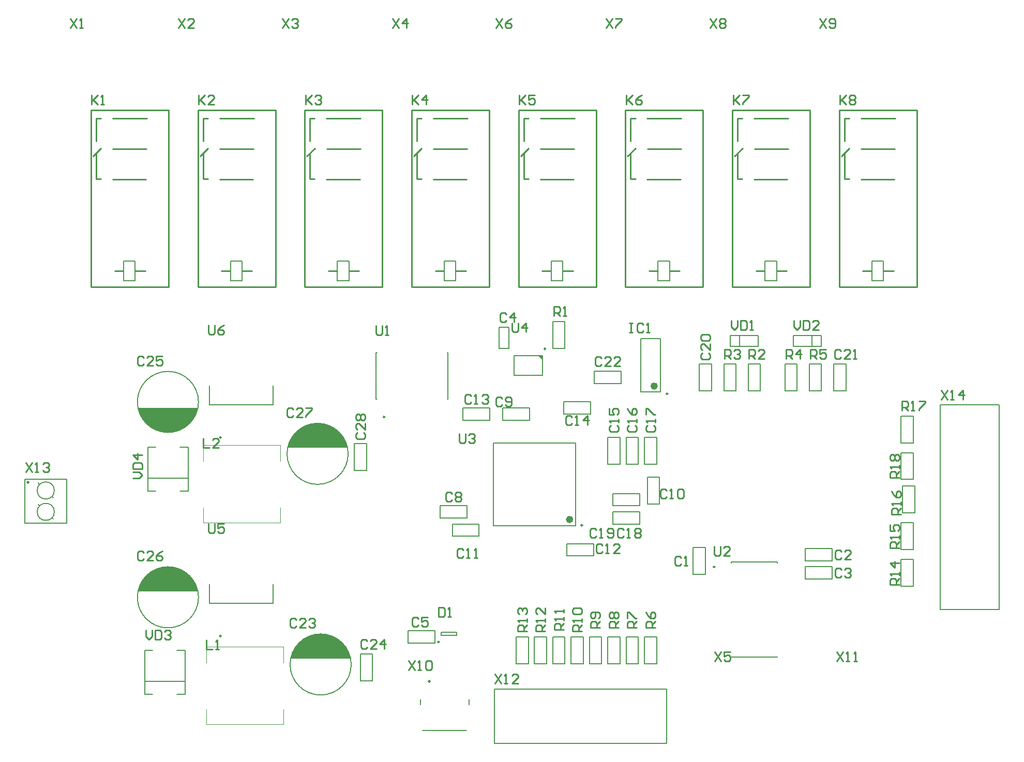
<source format=gbr>
%TF.GenerationSoftware,Altium Limited,Altium Designer,22.4.2 (48)*%
G04 Layer_Color=65535*
%FSLAX45Y45*%
%MOMM*%
%TF.SameCoordinates,5379F3DE-C0A0-4451-8F76-AB011D816888*%
%TF.FilePolarity,Positive*%
%TF.FileFunction,Legend,Top*%
%TF.Part,Single*%
G01*
G75*
%TA.AperFunction,NonConductor*%
%ADD42C,0.25000*%
%ADD43C,0.20000*%
%ADD44C,0.60000*%
%TA.AperFunction,OtherPad,Free Pad (2.1mm,42.85mm)*%
%ADD45C,0.50000*%
%TA.AperFunction,OtherPad,Free Pad (67.8mm,10.25mm)*%
%ADD46C,0.50000*%
%TA.AperFunction,NonConductor*%
%ADD47C,0.10000*%
%ADD48C,0.25400*%
G36*
X2990000Y2500000D02*
X2010000D01*
X2025000Y2560000D01*
X2050000Y2617500D01*
X2085000Y2680000D01*
X2120000Y2725000D01*
X2182500Y2787500D01*
X2240000Y2827500D01*
X2342500Y2877500D01*
X2435000Y2897500D01*
X2545000Y2900000D01*
X2617500Y2887500D01*
X2682500Y2867500D01*
X2762500Y2827500D01*
X2827500Y2777500D01*
X2895000Y2707500D01*
X2940000Y2635000D01*
X2985000Y2527500D01*
X2990000Y2502500D01*
Y2500000D01*
D02*
G37*
G36*
X2010000Y5500000D02*
X2990000D01*
X2975000Y5440000D01*
X2950000Y5382500D01*
X2915000Y5320000D01*
X2880000Y5275000D01*
X2817500Y5212500D01*
X2760000Y5172500D01*
X2657500Y5122500D01*
X2565000Y5102500D01*
X2455000Y5100000D01*
X2382500Y5112500D01*
X2317500Y5132500D01*
X2237500Y5172500D01*
X2172500Y5222500D01*
X2105000Y5292500D01*
X2060000Y5365000D01*
X2015000Y5472500D01*
X2010000Y5497500D01*
Y5500000D01*
D02*
G37*
G36*
X5490000Y1400000D02*
X4510000D01*
X4525000Y1460000D01*
X4550000Y1517500D01*
X4585000Y1580000D01*
X4620000Y1625000D01*
X4682500Y1687500D01*
X4740000Y1727500D01*
X4842500Y1777500D01*
X4935000Y1797500D01*
X5045000Y1800000D01*
X5117500Y1787500D01*
X5182500Y1767500D01*
X5262500Y1727500D01*
X5327500Y1677500D01*
X5395000Y1607500D01*
X5440000Y1535000D01*
X5485000Y1427500D01*
X5490000Y1402500D01*
Y1400000D01*
D02*
G37*
G36*
X5440000Y4850000D02*
X4460000D01*
X4475000Y4910000D01*
X4500000Y4967500D01*
X4535000Y5030000D01*
X4570000Y5075000D01*
X4632500Y5137500D01*
X4690000Y5177500D01*
X4792500Y5227500D01*
X4885000Y5247500D01*
X4995000Y5250000D01*
X5067500Y5237500D01*
X5132500Y5217500D01*
X5212500Y5177500D01*
X5277500Y5127500D01*
X5345000Y5057500D01*
X5390000Y4985000D01*
X5435000Y4877500D01*
X5440000Y4852500D01*
Y4850000D01*
D02*
G37*
G36*
X8632500Y6359500D02*
X8560503Y6359497D01*
X8632503Y6287497D01*
X8632500Y6359500D01*
D02*
G37*
D42*
X8682500Y6469500D02*
G03*
X8682500Y6469500I-12500J0D01*
G01*
X10685000Y5734000D02*
G03*
X10685000Y5734000I-12500J0D01*
G01*
X9287500Y3580000D02*
G03*
X9287500Y3580000I-12500J0D01*
G01*
X6048000Y5352500D02*
G03*
X6048000Y5352500I-12500J0D01*
G01*
X11455000Y2898500D02*
G03*
X11455000Y2898500I-12500J0D01*
G01*
X3372000Y5017500D02*
G03*
X3372000Y5017500I-12500J0D01*
G01*
Y1767500D02*
G03*
X3372000Y1767500I-12500J0D01*
G01*
X6942500Y1670000D02*
G03*
X6942500Y1670000I-12500J0D01*
G01*
D43*
X3000000Y5600000D02*
G03*
X3000000Y5600000I-500000J0D01*
G01*
X640000Y3800000D02*
G03*
X640000Y3800000I-140000J0D01*
G01*
Y4150000D02*
G03*
X640000Y4150000I-140000J0D01*
G01*
X5500000Y1300000D02*
G03*
X5500000Y1300000I-500000J0D01*
G01*
X3000000Y2400000D02*
G03*
X3000000Y2400000I-500000J0D01*
G01*
X5450000Y4750000D02*
G03*
X5450000Y4750000I-500000J0D01*
G01*
X15140401Y2196600D02*
X16105600D01*
Y5549400D01*
X15140401D02*
X16105600D01*
X15140401Y2196600D02*
Y5549400D01*
X8170000Y6039500D02*
Y6359500D01*
Y6039500D02*
X8632500D01*
Y6359500D01*
X8170000D02*
X8632500D01*
X8800000Y6920000D02*
X9000000D01*
X8800000Y6480000D02*
X9000000D01*
Y6920000D01*
X8800000Y6480000D02*
Y6920000D01*
X6430000Y1650000D02*
X6870000D01*
X6430000Y1850000D02*
X6870000D01*
Y1650000D02*
Y1850000D01*
X6430000Y1650000D02*
Y1850000D01*
X7917500Y6820000D02*
X8082500D01*
X7917500Y6480000D02*
X8082500D01*
Y6820000D01*
X7917500Y6480000D02*
Y6820000D01*
X9700000Y5020000D02*
X9900000D01*
X9700000Y4580000D02*
X9900000D01*
Y5020000D01*
X9700000Y4580000D02*
Y5020000D01*
X10000000D02*
X10200000D01*
X10000000Y4580000D02*
X10200000D01*
Y5020000D01*
X10000000Y4580000D02*
Y5020000D01*
X10300000D02*
X10500000D01*
X10300000Y4580000D02*
X10500000D01*
Y5020000D01*
X10300000Y4580000D02*
Y5020000D01*
X10350000Y3930000D02*
X10550000D01*
X10350000Y4370000D02*
X10550000D01*
X10350000Y3930000D02*
Y4370000D01*
X10550000Y3930000D02*
Y4370000D01*
X7330000Y5300000D02*
Y5500000D01*
X7770000Y5300000D02*
Y5500000D01*
X7330000D02*
X7770000D01*
X7330000Y5300000D02*
X7770000D01*
X5550000Y4480000D02*
Y4920000D01*
X5750000Y4480000D02*
Y4920000D01*
X5550000Y4480000D02*
X5750000D01*
X5550000Y4920000D02*
X5750000D01*
X2170000Y4860000D02*
X2300000D01*
X2170000Y4140000D02*
Y4860000D01*
Y4140000D02*
X2300000D01*
X2700000D02*
X2830000D01*
Y4860000D01*
X2700000D02*
X2830000D01*
X2170000Y4350000D02*
X2830000D01*
X10240000Y6637500D02*
X10560000D01*
X10240000Y5762500D02*
X10560000D01*
X10240000D02*
Y6637500D01*
X10560000Y5762500D02*
Y6637500D01*
X9175000Y3575000D02*
Y4925000D01*
X7825000Y3575000D02*
Y4925000D01*
Y3575000D02*
X9175000D01*
X7825000Y4925000D02*
X9175000D01*
X10220000Y3600000D02*
Y3800000D01*
X9780000Y3600000D02*
Y3800000D01*
Y3600000D02*
X10220000D01*
X9780000Y3800000D02*
X10220000D01*
Y3900000D02*
Y4100000D01*
X9780000Y3900000D02*
Y4100000D01*
Y3900000D02*
X10220000D01*
X9780000Y4100000D02*
X10220000D01*
X9420000Y5400000D02*
Y5600000D01*
X8980000Y5400000D02*
Y5600000D01*
Y5400000D02*
X9420000D01*
X8980000Y5600000D02*
X9420000D01*
X9470682Y3079199D02*
Y3279199D01*
X9030682Y3079199D02*
Y3279199D01*
Y3079199D02*
X9470682D01*
X9030682Y3279199D02*
X9470682D01*
X7595000Y3400000D02*
Y3600000D01*
X7155000Y3400000D02*
Y3600000D01*
Y3400000D02*
X7595000D01*
X7155000Y3600000D02*
X7595000D01*
X8420000Y5300000D02*
Y5500000D01*
X7980000Y5300000D02*
Y5500000D01*
Y5300000D02*
X8420000D01*
X7980000Y5500000D02*
X8420000D01*
X6955000Y3700000D02*
Y3900000D01*
X7395000Y3700000D02*
Y3900000D01*
X6955000D02*
X7395000D01*
X6955000Y3700000D02*
X7395000D01*
X11100000Y2780000D02*
Y3220000D01*
X11300000Y2780000D02*
Y3220000D01*
X11100000Y2780000D02*
X11300000D01*
X11100000Y3220000D02*
X11300000D01*
X13370000Y3000000D02*
Y3200000D01*
X12930000Y3000000D02*
Y3200000D01*
Y3000000D02*
X13370000D01*
X12930000Y3200000D02*
X13370000D01*
X8200000Y1753000D02*
X8400000D01*
X8200000Y1313000D02*
X8400000D01*
Y1753000D01*
X8200000Y1313000D02*
Y1753000D01*
X8500000Y1313000D02*
Y1753000D01*
X8700000Y1313000D02*
Y1753000D01*
X8500000Y1313000D02*
X8700000D01*
X8500000Y1753000D02*
X8700000D01*
X9100000D02*
X9300000D01*
X9100000Y1313000D02*
X9300000D01*
Y1753000D01*
X9100000Y1313000D02*
Y1753000D01*
X9700000D02*
X9900000D01*
X9700000Y1313000D02*
X9900000D01*
Y1753000D01*
X9700000Y1313000D02*
Y1753000D01*
X10000000D02*
X10200000D01*
X10000000Y1313000D02*
X10200000D01*
Y1753000D01*
X10000000Y1313000D02*
Y1753000D01*
X10300000D02*
X10500000D01*
X10300000Y1313000D02*
X10500000D01*
Y1753000D01*
X10300000Y1313000D02*
Y1753000D01*
X10665000Y10000D02*
Y900000D01*
X7842600D02*
X10665000D01*
X7842600Y10000D02*
Y900000D01*
Y10000D02*
X10665000D01*
X8800000Y1753000D02*
X9000000D01*
X8800000Y1313000D02*
X9000000D01*
Y1753000D01*
X8800000Y1313000D02*
Y1753000D01*
X9400000D02*
X9600000D01*
X9400000Y1313000D02*
X9600000D01*
Y1753000D01*
X9400000Y1313000D02*
Y1753000D01*
X14725000Y3780000D02*
Y4220000D01*
X14525000Y3780000D02*
Y4220000D01*
X14725000D01*
X14525000Y3780000D02*
X14725000D01*
X14500000Y4330000D02*
Y4770000D01*
X14700000Y4330000D02*
Y4770000D01*
X14500000Y4330000D02*
X14700000D01*
X14500000Y4770000D02*
X14700000D01*
Y3180000D02*
Y3620000D01*
X14500000Y3180000D02*
Y3620000D01*
X14700000D01*
X14500000Y3180000D02*
X14700000D01*
Y2580000D02*
Y3020000D01*
X14500000Y2580000D02*
Y3020000D01*
X14700000D01*
X14500000Y2580000D02*
X14700000D01*
X11400000Y5780000D02*
Y6220000D01*
X11199999Y5780000D02*
Y6220000D01*
X11400000D01*
X11199999Y5780000D02*
X11400000D01*
X12930000Y2900000D02*
X13370000D01*
X12930000Y2700000D02*
X13370000D01*
X12930000D02*
Y2900000D01*
X13370000Y2700000D02*
Y2900000D01*
X14500000Y4930000D02*
X14700000D01*
X14500000Y5370000D02*
X14700000D01*
X14500000Y4930000D02*
Y5370000D01*
X14700000Y4930000D02*
Y5370000D01*
X12734999Y6510000D02*
Y6690000D01*
X13192500D01*
Y6510000D02*
Y6690000D01*
X12734999Y6510000D02*
X13192500D01*
X13039999D02*
Y6690000D01*
X12165000Y6510000D02*
Y6690000D01*
X11707499Y6510000D02*
X12165000D01*
X11707499D02*
Y6690000D01*
X12165000D01*
X11859999Y6510000D02*
Y6690000D01*
X5650000Y1470000D02*
X5850000D01*
X5650000Y1030000D02*
X5850000D01*
Y1470000D01*
X5650000Y1030000D02*
Y1470000D01*
X9480000Y5900000D02*
Y6100000D01*
X9920000Y5900000D02*
Y6100000D01*
X9480000D02*
X9920000D01*
X9480000Y5900000D02*
X9920000D01*
X13399998Y5780000D02*
X13599998D01*
X13399998Y6220000D02*
X13599998D01*
X13399998Y5780000D02*
Y6220000D01*
X13599998Y5780000D02*
Y6220000D01*
X12999998D02*
X13200000D01*
X12999998Y5780000D02*
X13200000D01*
Y6220000D01*
X12999998Y5780000D02*
Y6220000D01*
X12599999D02*
X12800000D01*
X12599999Y5780000D02*
X12800000D01*
Y6220000D01*
X12599999Y5780000D02*
Y6220000D01*
X11599999D02*
X11800000D01*
X11599999Y5780000D02*
X11800000D01*
Y6220000D01*
X11599999Y5780000D02*
Y6220000D01*
X11999999D02*
X12199999D01*
X11999999Y5780000D02*
X12199999D01*
Y6220000D01*
X11999999Y5780000D02*
Y6220000D01*
X14023901Y7589000D02*
X14213901D01*
X14023901Y7906502D02*
X14213901D01*
X14023901Y7589000D02*
Y7906502D01*
X14213901Y7589000D02*
Y7906502D01*
X5908500Y5650000D02*
X5920500D01*
X7071500D02*
X7083500D01*
Y6410000D01*
X5908500D02*
X5920500D01*
X7071500D02*
X7083500D01*
X5908500Y5650000D02*
Y6410000D01*
X11720000Y2966000D02*
Y2980000D01*
Y1420000D02*
Y1434000D01*
Y1420000D02*
X12480000D01*
Y2966000D02*
Y2980000D01*
Y1420000D02*
Y1434000D01*
X11720000Y2980000D02*
X12480000D01*
X4220500Y5555500D02*
Y5867500D01*
X3179500Y5555500D02*
X4220500D01*
X3179500D02*
Y5867500D01*
X4220500Y2305500D02*
Y2617500D01*
X3179500Y2305500D02*
X4220500D01*
X3179500D02*
Y2617500D01*
X373351Y3920894D02*
X392557Y3902561D01*
X607443Y3697439D02*
X626649Y3679106D01*
X607443Y4047439D02*
X626649Y4029106D01*
X373351Y4270894D02*
X392557Y4252561D01*
X160000Y3615000D02*
Y4335000D01*
Y3615000D02*
X839997D01*
Y4335000D01*
X160000D02*
X839997D01*
X2120000Y1020000D02*
X2780000D01*
X2650000Y1530000D02*
X2780000D01*
Y810000D02*
Y1530000D01*
X2650000Y810000D02*
X2780000D01*
X2120000D02*
X2250000D01*
X2120000D02*
Y1530000D01*
X2250000D01*
X6970000Y1825000D02*
X7230000D01*
X6970000Y1775000D02*
X7230000D01*
Y1825000D01*
X6970000Y1775000D02*
Y1825000D01*
X6630000Y645000D02*
Y725000D01*
X7430000Y645000D02*
Y725000D01*
X6670000Y215000D02*
X7390000D01*
X1773901Y7589000D02*
X1963901D01*
X1773901Y7906502D02*
X1963901D01*
X1773901Y7589000D02*
Y7906502D01*
X1963901Y7589000D02*
Y7906502D01*
X3523901Y7589000D02*
X3713901D01*
X3523901Y7906502D02*
X3713901D01*
X3523901Y7589000D02*
Y7906502D01*
X3713901Y7589000D02*
Y7906502D01*
X5273901Y7589000D02*
X5463901D01*
X5273901Y7906502D02*
X5463901D01*
X5273901Y7589000D02*
Y7906502D01*
X5463901Y7589000D02*
Y7906502D01*
X7023901Y7589000D02*
X7213901D01*
X7023901Y7906502D02*
X7213901D01*
X7023901Y7589000D02*
Y7906502D01*
X7213901Y7589000D02*
Y7906502D01*
X8773901Y7589000D02*
X8963901D01*
X8773901Y7906502D02*
X8963901D01*
X8773901Y7589000D02*
Y7906502D01*
X8963901Y7589000D02*
Y7906502D01*
X12273901Y7589000D02*
X12463901D01*
X12273901Y7906502D02*
X12463901D01*
X12273901Y7589000D02*
Y7906502D01*
X12463901Y7589000D02*
Y7906502D01*
X10523901Y7589000D02*
X10713901D01*
X10523901Y7906502D02*
X10713901D01*
X10523901Y7589000D02*
Y7906502D01*
X10713901Y7589000D02*
Y7906502D01*
D44*
X10490000Y5860000D02*
G03*
X10490000Y5860000I-30000J0D01*
G01*
X9105000Y3675000D02*
G03*
X9105000Y3675000I-30000J0D01*
G01*
D45*
X209998Y4285000D02*
D03*
D46*
X6780000Y1025000D02*
D03*
D47*
X3080000Y3620000D02*
Y3870000D01*
X4340000Y3620000D02*
Y3870000D01*
X3080000Y4630000D02*
Y4890000D01*
X4340000Y4630000D02*
Y4890000D01*
X3080000D02*
X4340000D01*
X3080000Y3620000D02*
X4340000D01*
X3130000Y320000D02*
Y570000D01*
X4390000Y320000D02*
Y570000D01*
X3130000Y1330000D02*
Y1590000D01*
X4390000Y1330000D02*
Y1590000D01*
X3130000D02*
X4390000D01*
X3130000Y320000D02*
X4390000D01*
D48*
X14218900Y7745250D02*
X14377650Y7745250D01*
X13877350Y7747750D02*
X14017500D01*
X13845000Y9245000D02*
X14389999D01*
X13850000Y9745000D02*
X14400000D01*
X13845000Y10245000D02*
X14405000D01*
X13575000Y9250000D02*
X13652499D01*
X13575000D02*
X13575000Y9250000D01*
Y9665000D01*
Y10245000D02*
X13652499D01*
X13575000Y9875000D02*
Y10245000D01*
X13525000Y9625000D02*
X13655000Y9755000D01*
X13489999Y7487200D02*
Y10382800D01*
X14760001Y7487200D02*
Y10382800D01*
X13489999D02*
X14760001D01*
X13489999Y7487200D02*
X14760001D01*
X1968901Y7745250D02*
X2127650Y7745250D01*
X1627350Y7747750D02*
X1767500D01*
X1595000Y9245000D02*
X2140000D01*
X1600000Y9745000D02*
X2150000D01*
X1595000Y10245000D02*
X2155000D01*
X1325000Y9250000D02*
X1402500D01*
X1325000D02*
X1325000Y9250000D01*
Y9665000D01*
Y10245000D02*
X1402500D01*
X1325000Y9875000D02*
Y10245000D01*
X1275000Y9625000D02*
X1405000Y9755000D01*
X1240000Y7487200D02*
Y10382800D01*
X2510000Y7487200D02*
Y10382800D01*
X1240000D02*
X2510000D01*
X1240000Y7487200D02*
X2510000D01*
X3718900Y7745250D02*
X3877650Y7745250D01*
X3377350Y7747750D02*
X3517500D01*
X3345000Y9245000D02*
X3890000D01*
X3350000Y9745000D02*
X3900000D01*
X3345000Y10245000D02*
X3905000D01*
X3075000Y9250000D02*
X3152500D01*
X3075000D02*
X3075000Y9250000D01*
Y9665000D01*
Y10245000D02*
X3152500D01*
X3075000Y9875000D02*
Y10245000D01*
X3025000Y9625000D02*
X3155000Y9755000D01*
X2990000Y7487200D02*
Y10382800D01*
X4260000Y7487200D02*
Y10382800D01*
X2990000D02*
X4260000D01*
X2990000Y7487200D02*
X4260000D01*
X5468900Y7745250D02*
X5627650Y7745250D01*
X5127350Y7747750D02*
X5267500D01*
X5095000Y9245000D02*
X5640000D01*
X5100000Y9745000D02*
X5650000D01*
X5095000Y10245000D02*
X5655000D01*
X4825000Y9250000D02*
X4902500D01*
X4825000D02*
X4825000Y9250000D01*
Y9665000D01*
Y10245000D02*
X4902500D01*
X4825000Y9875000D02*
Y10245000D01*
X4775000Y9625000D02*
X4905000Y9755000D01*
X4740000Y7487200D02*
Y10382800D01*
X6010000Y7487200D02*
Y10382800D01*
X4740000D02*
X6010000D01*
X4740000Y7487200D02*
X6010000D01*
X7218900Y7745250D02*
X7377650Y7745250D01*
X6877350Y7747750D02*
X7017500D01*
X6845000Y9245000D02*
X7390000D01*
X6850000Y9745000D02*
X7400000D01*
X6845000Y10245000D02*
X7405000D01*
X6575000Y9250000D02*
X6652500D01*
X6575000D02*
X6575000Y9250000D01*
Y9665000D01*
Y10245000D02*
X6652500D01*
X6575000Y9875000D02*
Y10245000D01*
X6525000Y9625000D02*
X6655000Y9755000D01*
X6490000Y7487200D02*
Y10382800D01*
X7760000Y7487200D02*
Y10382800D01*
X6490000D02*
X7760000D01*
X6490000Y7487200D02*
X7760000D01*
X8968901Y7745250D02*
X9127650Y7745250D01*
X8627350Y7747750D02*
X8767500D01*
X8595000Y9245000D02*
X9140000D01*
X8600000Y9745000D02*
X9150000D01*
X8595000Y10245000D02*
X9155000D01*
X8325000Y9250000D02*
X8402500D01*
X8325000D02*
X8325000Y9250000D01*
Y9665000D01*
Y10245000D02*
X8402500D01*
X8325000Y9875000D02*
Y10245000D01*
X8275000Y9625000D02*
X8405000Y9755000D01*
X8240000Y7487200D02*
Y10382800D01*
X9510000Y7487200D02*
Y10382800D01*
X8240000D02*
X9510000D01*
X8240000Y7487200D02*
X9510000D01*
X12468900Y7745250D02*
X12627650Y7745250D01*
X12127350Y7747750D02*
X12267500D01*
X12095000Y9245000D02*
X12640000D01*
X12100000Y9745000D02*
X12650000D01*
X12095000Y10245000D02*
X12655000D01*
X11825000Y9250000D02*
X11902500D01*
X11825000D02*
X11825000Y9250000D01*
Y9665000D01*
Y10245000D02*
X11902500D01*
X11825000Y9875000D02*
Y10245000D01*
X11775000Y9625000D02*
X11905000Y9755000D01*
X11740000Y7487200D02*
Y10382800D01*
X13010001Y7487200D02*
Y10382800D01*
X11740000D02*
X13010001D01*
X11740000Y7487200D02*
X13010001D01*
X10718901Y7745250D02*
X10877650Y7745250D01*
X10377350Y7747750D02*
X10517500D01*
X10345000Y9245000D02*
X10890000D01*
X10350000Y9745000D02*
X10900000D01*
X10345000Y10245000D02*
X10905000D01*
X10075000Y9250000D02*
X10152500D01*
X10075000D02*
X10075000Y9250000D01*
Y9665000D01*
Y10245000D02*
X10152500D01*
X10075000Y9875000D02*
Y10245000D01*
X10025000Y9625000D02*
X10155000Y9755000D01*
X9990000Y7487200D02*
Y10382800D01*
X11260000Y7487200D02*
Y10382800D01*
X9990000D02*
X11260000D01*
X9990000Y7487200D02*
X11260000D01*
X15156180Y5788611D02*
X15257747Y5636260D01*
Y5788611D02*
X15156180Y5636260D01*
X15308531D02*
X15359314D01*
X15333923D01*
Y5788611D01*
X15308531Y5763219D01*
X15511665Y5636260D02*
Y5788611D01*
X15435490Y5712435D01*
X15537057D01*
X8816340Y7006260D02*
Y7158611D01*
X8892515D01*
X8917907Y7133219D01*
Y7082435D01*
X8892515Y7057044D01*
X8816340D01*
X8867123D02*
X8917907Y7006260D01*
X8968691D02*
X9019474D01*
X8994083D01*
Y7158611D01*
X8968691Y7133219D01*
X8035727Y7033219D02*
X8010335Y7058611D01*
X7959552D01*
X7934160Y7033219D01*
Y6931652D01*
X7959552Y6906260D01*
X8010335D01*
X8035727Y6931652D01*
X8162686Y6906260D02*
Y7058611D01*
X8086511Y6982435D01*
X8188078D01*
X8128940Y6895111D02*
Y6768152D01*
X8154332Y6742760D01*
X8205115D01*
X8230507Y6768152D01*
Y6895111D01*
X8357466Y6742760D02*
Y6895111D01*
X8281291Y6818935D01*
X8382858D01*
X2103087Y6327099D02*
X2077695Y6352491D01*
X2026912D01*
X2001520Y6327099D01*
Y6225532D01*
X2026912Y6200140D01*
X2077695D01*
X2103087Y6225532D01*
X2255438Y6200140D02*
X2153871D01*
X2255438Y6301707D01*
Y6327099D01*
X2230046Y6352491D01*
X2179263D01*
X2153871Y6327099D01*
X2407789Y6352491D02*
X2306221D01*
Y6276315D01*
X2357005Y6301707D01*
X2382397D01*
X2407789Y6276315D01*
Y6225532D01*
X2382397Y6200140D01*
X2331613D01*
X2306221Y6225532D01*
X13524608Y3150783D02*
X13499216Y3176175D01*
X13448433D01*
X13423041Y3150783D01*
Y3049216D01*
X13448433Y3023825D01*
X13499216D01*
X13524608Y3049216D01*
X13676959Y3023825D02*
X13575392D01*
X13676959Y3125392D01*
Y3150783D01*
X13651567Y3176175D01*
X13600784D01*
X13575392Y3150783D01*
X10900000Y3050784D02*
X10874608Y3076175D01*
X10823825D01*
X10798433Y3050784D01*
Y2949217D01*
X10823825Y2923825D01*
X10874608D01*
X10900000Y2949217D01*
X10950784Y2923825D02*
X11001567D01*
X10976176D01*
Y3076175D01*
X10950784Y3050784D01*
X13524608Y2850783D02*
X13499216Y2876175D01*
X13448433D01*
X13423041Y2850783D01*
Y2749216D01*
X13448433Y2723825D01*
X13499216D01*
X13524608Y2749216D01*
X13575392Y2850783D02*
X13600784Y2876175D01*
X13651567D01*
X13676959Y2850783D01*
Y2825392D01*
X13651567Y2800000D01*
X13626175D01*
X13651567D01*
X13676959Y2774608D01*
Y2749216D01*
X13651567Y2723825D01*
X13600784D01*
X13575392Y2749216D01*
X7856860Y1138511D02*
X7958427Y986160D01*
Y1138511D02*
X7856860Y986160D01*
X8009211D02*
X8059994D01*
X8034603D01*
Y1138511D01*
X8009211Y1113119D01*
X8237737Y986160D02*
X8136170D01*
X8237737Y1087727D01*
Y1113119D01*
X8212345Y1138511D01*
X8161562D01*
X8136170Y1113119D01*
X5599216Y5098433D02*
X5573825Y5073041D01*
Y5022258D01*
X5599216Y4996866D01*
X5700783D01*
X5726175Y5022258D01*
Y5073041D01*
X5700783Y5098433D01*
X5726175Y5250784D02*
Y5149217D01*
X5624608Y5250784D01*
X5599216D01*
X5573825Y5225392D01*
Y5174608D01*
X5599216Y5149217D01*
Y5301567D02*
X5573825Y5326959D01*
Y5377743D01*
X5599216Y5403134D01*
X5624608D01*
X5650000Y5377743D01*
X5675392Y5403134D01*
X5700783D01*
X5726175Y5377743D01*
Y5326959D01*
X5700783Y5301567D01*
X5675392D01*
X5650000Y5326959D01*
X5624608Y5301567D01*
X5599216D01*
X5650000Y5326959D02*
Y5377743D01*
X5765767Y1683979D02*
X5740375Y1709371D01*
X5689592D01*
X5664200Y1683979D01*
Y1582412D01*
X5689592Y1557020D01*
X5740375D01*
X5765767Y1582412D01*
X5918118Y1557020D02*
X5816551D01*
X5918118Y1658587D01*
Y1683979D01*
X5892726Y1709371D01*
X5841943D01*
X5816551Y1683979D01*
X6045077Y1557020D02*
Y1709371D01*
X5968901Y1633195D01*
X6070469D01*
X8376175Y1842561D02*
X8223825D01*
Y1918737D01*
X8249216Y1944129D01*
X8300000D01*
X8325392Y1918737D01*
Y1842561D01*
Y1893345D02*
X8376175Y1944129D01*
Y1994912D02*
Y2045696D01*
Y2020304D01*
X8223825D01*
X8249216Y1994912D01*
Y2121871D02*
X8223825Y2147263D01*
Y2198046D01*
X8249216Y2223438D01*
X8274608D01*
X8300000Y2198046D01*
Y2172655D01*
Y2198046D01*
X8325392Y2223438D01*
X8350783D01*
X8376175Y2198046D01*
Y2147263D01*
X8350783Y2121871D01*
X8676175Y1842562D02*
X8523825D01*
Y1918737D01*
X8549217Y1944129D01*
X8600000D01*
X8625392Y1918737D01*
Y1842562D01*
Y1893345D02*
X8676175Y1944129D01*
Y1994912D02*
Y2045696D01*
Y2020304D01*
X8523825D01*
X8549217Y1994912D01*
X8676175Y2223439D02*
Y2121871D01*
X8574608Y2223439D01*
X8549217D01*
X8523825Y2198047D01*
Y2147263D01*
X8549217Y2121871D01*
X13502640Y10624771D02*
Y10472420D01*
Y10523203D01*
X13604207Y10624771D01*
X13528032Y10548595D01*
X13604207Y10472420D01*
X13654991Y10599379D02*
X13680383Y10624771D01*
X13731166D01*
X13756558Y10599379D01*
Y10573987D01*
X13731166Y10548595D01*
X13756558Y10523203D01*
Y10497812D01*
X13731166Y10472420D01*
X13680383D01*
X13654991Y10497812D01*
Y10523203D01*
X13680383Y10548595D01*
X13654991Y10573987D01*
Y10599379D01*
X13680383Y10548595D02*
X13731166D01*
X10053700Y6893511D02*
X10104483D01*
X10079092D01*
Y6741160D01*
X10053700D01*
X10104483D01*
X10282226Y6868119D02*
X10256834Y6893511D01*
X10206051D01*
X10180659Y6868119D01*
Y6766552D01*
X10206051Y6741160D01*
X10256834D01*
X10282226Y6766552D01*
X10333010Y6741160D02*
X10383793D01*
X10358401D01*
Y6893511D01*
X10333010Y6868119D01*
X6439980Y1358631D02*
X6541547Y1206280D01*
Y1358631D02*
X6439980Y1206280D01*
X6592331D02*
X6643114D01*
X6617723D01*
Y1358631D01*
X6592331Y1333239D01*
X6719290D02*
X6744681Y1358631D01*
X6795465D01*
X6820857Y1333239D01*
Y1231672D01*
X6795465Y1206280D01*
X6744681D01*
X6719290Y1231672D01*
Y1333239D01*
X176200Y4607511D02*
X277767Y4455160D01*
Y4607511D02*
X176200Y4455160D01*
X328551D02*
X379334D01*
X353943D01*
Y4607511D01*
X328551Y4582119D01*
X455510D02*
X480902Y4607511D01*
X531685D01*
X557077Y4582119D01*
Y4556727D01*
X531685Y4531335D01*
X506293D01*
X531685D01*
X557077Y4505943D01*
Y4480552D01*
X531685Y4455160D01*
X480902D01*
X455510Y4480552D01*
X1923824Y4346866D02*
X2025392D01*
X2076175Y4397649D01*
X2025392Y4448433D01*
X1923824D01*
Y4499216D02*
X2076175D01*
Y4575392D01*
X2050783Y4600784D01*
X1949216D01*
X1923824Y4575392D01*
Y4499216D01*
X2076175Y4727742D02*
X1923824D01*
X2000000Y4651567D01*
Y4753134D01*
X2135100Y1859231D02*
Y1757663D01*
X2185883Y1706880D01*
X2236667Y1757663D01*
Y1859231D01*
X2287451D02*
Y1706880D01*
X2363626D01*
X2389018Y1732272D01*
Y1833839D01*
X2363626Y1859231D01*
X2287451D01*
X2439801Y1833839D02*
X2465193Y1859231D01*
X2515977D01*
X2541369Y1833839D01*
Y1808447D01*
X2515977Y1783055D01*
X2490585D01*
X2515977D01*
X2541369Y1757663D01*
Y1732272D01*
X2515977Y1706880D01*
X2465193D01*
X2439801Y1732272D01*
X3164840Y6852871D02*
Y6725912D01*
X3190232Y6700520D01*
X3241015D01*
X3266407Y6725912D01*
Y6852871D01*
X3418758D02*
X3367974Y6827479D01*
X3317191Y6776695D01*
Y6725912D01*
X3342583Y6700520D01*
X3393366D01*
X3418758Y6725912D01*
Y6751303D01*
X3393366Y6776695D01*
X3317191D01*
X3164840Y3601671D02*
Y3474712D01*
X3190232Y3449320D01*
X3241015D01*
X3266407Y3474712D01*
Y3601671D01*
X3418758D02*
X3317191D01*
Y3525495D01*
X3367974Y3550887D01*
X3393366D01*
X3418758Y3525495D01*
Y3474712D01*
X3393366Y3449320D01*
X3342583D01*
X3317191Y3474712D01*
X9876176Y1906041D02*
X9723825D01*
Y1982217D01*
X9749217Y2007608D01*
X9800000D01*
X9825392Y1982217D01*
Y1906041D01*
Y1956825D02*
X9876176Y2007608D01*
X9749217Y2058392D02*
X9723825Y2083784D01*
Y2134567D01*
X9749217Y2159959D01*
X9774608D01*
X9800000Y2134567D01*
X9825392Y2159959D01*
X9850784D01*
X9876176Y2134567D01*
Y2083784D01*
X9850784Y2058392D01*
X9825392D01*
X9800000Y2083784D01*
X9774608Y2058392D01*
X9749217D01*
X9800000Y2083784D02*
Y2134567D01*
X9576175Y1906041D02*
X9423825D01*
Y1982217D01*
X9449217Y2007608D01*
X9500000D01*
X9525392Y1982217D01*
Y1906041D01*
Y1956825D02*
X9576175Y2007608D01*
X9550784Y2058392D02*
X9576175Y2083784D01*
Y2134567D01*
X9550784Y2159959D01*
X9449217D01*
X9423825Y2134567D01*
Y2083784D01*
X9449217Y2058392D01*
X9474608D01*
X9500000Y2083784D01*
Y2159959D01*
X8976175Y1867954D02*
X8823825D01*
Y1944129D01*
X8849216Y1969521D01*
X8900000D01*
X8925392Y1944129D01*
Y1867954D01*
Y1918737D02*
X8976175Y1969521D01*
Y2020304D02*
Y2071088D01*
Y2045696D01*
X8823825D01*
X8849216Y2020304D01*
X8976175Y2147263D02*
Y2198047D01*
Y2172655D01*
X8823825D01*
X8849216Y2147263D01*
X9276176Y1842562D02*
X9123825D01*
Y1918737D01*
X9149217Y1944129D01*
X9200000D01*
X9225392Y1918737D01*
Y1842562D01*
Y1893345D02*
X9276176Y1944129D01*
Y1994912D02*
Y2045696D01*
Y2020304D01*
X9123825D01*
X9149217Y1994912D01*
Y2121871D02*
X9123825Y2147263D01*
Y2198047D01*
X9149217Y2223439D01*
X9250784D01*
X9276176Y2198047D01*
Y2147263D01*
X9250784Y2121871D01*
X9149217D01*
X10176175Y1906041D02*
X10023825D01*
Y1982217D01*
X10049217Y2007608D01*
X10100000D01*
X10125392Y1982217D01*
Y1906041D01*
Y1956825D02*
X10176175Y2007608D01*
X10023825Y2058392D02*
Y2159959D01*
X10049217D01*
X10150784Y2058392D01*
X10176175D01*
X14516100Y5455920D02*
Y5608271D01*
X14592274D01*
X14617667Y5582879D01*
Y5532095D01*
X14592274Y5506703D01*
X14516100D01*
X14566882D02*
X14617667Y5455920D01*
X14668451D02*
X14719234D01*
X14693843D01*
Y5608271D01*
X14668451Y5582879D01*
X14795410Y5608271D02*
X14896977D01*
Y5582879D01*
X14795410Y5481312D01*
Y5455920D01*
X14476175Y4359562D02*
X14323824D01*
Y4435737D01*
X14349216Y4461129D01*
X14400000D01*
X14425392Y4435737D01*
Y4359562D01*
Y4410345D02*
X14476175Y4461129D01*
Y4511912D02*
Y4562696D01*
Y4537304D01*
X14323824D01*
X14349216Y4511912D01*
Y4638871D02*
X14323824Y4664263D01*
Y4715046D01*
X14349216Y4740438D01*
X14374608D01*
X14400000Y4715046D01*
X14425392Y4740438D01*
X14450783D01*
X14476175Y4715046D01*
Y4664263D01*
X14450783Y4638871D01*
X14425392D01*
X14400000Y4664263D01*
X14374608Y4638871D01*
X14349216D01*
X14400000Y4664263D02*
Y4715046D01*
X14476175Y3209562D02*
X14323824D01*
Y3285737D01*
X14349216Y3311129D01*
X14400000D01*
X14425392Y3285737D01*
Y3209562D01*
Y3260345D02*
X14476175Y3311129D01*
Y3361912D02*
Y3412696D01*
Y3387304D01*
X14323824D01*
X14349216Y3361912D01*
X14323824Y3590438D02*
Y3488871D01*
X14400000D01*
X14374608Y3539655D01*
Y3565046D01*
X14400000Y3590438D01*
X14450783D01*
X14476175Y3565046D01*
Y3514263D01*
X14450783Y3488871D01*
X14501175Y3759562D02*
X14348824D01*
Y3835737D01*
X14374216Y3861129D01*
X14425000D01*
X14450392Y3835737D01*
Y3759562D01*
Y3810345D02*
X14501175Y3861129D01*
Y3911912D02*
Y3962696D01*
Y3937304D01*
X14348824D01*
X14374216Y3911912D01*
X14348824Y4140439D02*
X14374216Y4089655D01*
X14425000Y4038871D01*
X14475783D01*
X14501175Y4064263D01*
Y4115047D01*
X14475783Y4140439D01*
X14450392D01*
X14425000Y4115047D01*
Y4038871D01*
X14476175Y2609562D02*
X14323825D01*
Y2685737D01*
X14349216Y2711129D01*
X14400000D01*
X14425392Y2685737D01*
Y2609562D01*
Y2660345D02*
X14476175Y2711129D01*
Y2761912D02*
Y2812696D01*
Y2787304D01*
X14323825D01*
X14349216Y2761912D01*
X14476175Y2965047D02*
X14323825D01*
X14400000Y2888871D01*
Y2990439D01*
X3079980Y4998671D02*
Y4846320D01*
X3181547D01*
X3333898D02*
X3232331D01*
X3333898Y4947887D01*
Y4973279D01*
X3308506Y4998671D01*
X3257722D01*
X3232331Y4973279D01*
X3131640Y1697471D02*
Y1545120D01*
X3233207D01*
X3283990D02*
X3334774D01*
X3309382D01*
Y1697471D01*
X3283990Y1672079D01*
X6931140Y2233271D02*
Y2080920D01*
X7007315D01*
X7032707Y2106312D01*
Y2207879D01*
X7007315Y2233271D01*
X6931140D01*
X7083491Y2080920D02*
X7134274D01*
X7108883D01*
Y2233271D01*
X7083491Y2207879D01*
X6599608Y2050784D02*
X6574216Y2076175D01*
X6523433D01*
X6498041Y2050784D01*
Y1949217D01*
X6523433Y1923825D01*
X6574216D01*
X6599608Y1949217D01*
X6751959Y2076175D02*
X6650392D01*
Y2000000D01*
X6701175Y2025392D01*
X6726567D01*
X6751959Y2000000D01*
Y1949217D01*
X6726567Y1923825D01*
X6675784D01*
X6650392Y1949217D01*
X2103087Y3129239D02*
X2077695Y3154631D01*
X2026912D01*
X2001520Y3129239D01*
Y3027672D01*
X2026912Y3002280D01*
X2077695D01*
X2103087Y3027672D01*
X2255438Y3002280D02*
X2153871D01*
X2255438Y3103847D01*
Y3129239D01*
X2230046Y3154631D01*
X2179263D01*
X2153871Y3129239D01*
X2407789Y3154631D02*
X2357005Y3129239D01*
X2306221Y3078455D01*
Y3027672D01*
X2331613Y3002280D01*
X2382397D01*
X2407789Y3027672D01*
Y3053063D01*
X2382397Y3078455D01*
X2306221D01*
X4551647Y5478739D02*
X4526255Y5504131D01*
X4475472D01*
X4450080Y5478739D01*
Y5377172D01*
X4475472Y5351780D01*
X4526255D01*
X4551647Y5377172D01*
X4703998Y5351780D02*
X4602431D01*
X4703998Y5453347D01*
Y5478739D01*
X4678606Y5504131D01*
X4627823D01*
X4602431Y5478739D01*
X4754781Y5504131D02*
X4856349D01*
Y5478739D01*
X4754781Y5377172D01*
Y5351780D01*
X4602447Y2026879D02*
X4577055Y2052271D01*
X4526272D01*
X4500880Y2026879D01*
Y1925312D01*
X4526272Y1899920D01*
X4577055D01*
X4602447Y1925312D01*
X4754798Y1899920D02*
X4653231D01*
X4754798Y2001487D01*
Y2026879D01*
X4729406Y2052271D01*
X4678623D01*
X4653231Y2026879D01*
X4805581D02*
X4830973Y2052271D01*
X4881757D01*
X4907149Y2026879D01*
Y2001487D01*
X4881757Y1976095D01*
X4856365D01*
X4881757D01*
X4907149Y1950703D01*
Y1925312D01*
X4881757Y1899920D01*
X4830973D01*
X4805581Y1925312D01*
X12749400Y6929071D02*
Y6827503D01*
X12800183Y6776720D01*
X12850967Y6827503D01*
Y6929071D01*
X12901750D02*
Y6776720D01*
X12977927D01*
X13003317Y6802112D01*
Y6903679D01*
X12977927Y6929071D01*
X12901750D01*
X13155669Y6776720D02*
X13054102D01*
X13155669Y6878287D01*
Y6903679D01*
X13130276Y6929071D01*
X13079494D01*
X13054102Y6903679D01*
X11723240Y6929071D02*
Y6827503D01*
X11774023Y6776720D01*
X11824807Y6827503D01*
Y6929071D01*
X11875590D02*
Y6776720D01*
X11951766D01*
X11977158Y6802112D01*
Y6903679D01*
X11951766Y6929071D01*
X11875590D01*
X12027941Y6776720D02*
X12078725D01*
X12053333D01*
Y6929071D01*
X12027941Y6903679D01*
X7273041Y5076175D02*
Y4949216D01*
X7298433Y4923825D01*
X7349216D01*
X7374608Y4949216D01*
Y5076175D01*
X7425392Y5050783D02*
X7450784Y5076175D01*
X7501567D01*
X7526959Y5050783D01*
Y5025392D01*
X7501567Y5000000D01*
X7476175D01*
X7501567D01*
X7526959Y4974608D01*
Y4949216D01*
X7501567Y4923825D01*
X7450784D01*
X7425392Y4949216D01*
X10476175Y1906041D02*
X10323824D01*
Y1982216D01*
X10349216Y2007608D01*
X10400000D01*
X10425392Y1982216D01*
Y1906041D01*
Y1956824D02*
X10476175Y2007608D01*
X10323824Y2159959D02*
X10349216Y2109175D01*
X10400000Y2058392D01*
X10450783D01*
X10476175Y2083783D01*
Y2134567D01*
X10450783Y2159959D01*
X10425392D01*
X10400000Y2134567D01*
Y2058392D01*
X9597767Y6314399D02*
X9572375Y6339791D01*
X9521592D01*
X9496200Y6314399D01*
Y6212832D01*
X9521592Y6187440D01*
X9572375D01*
X9597767Y6212832D01*
X9750118Y6187440D02*
X9648551D01*
X9750118Y6289007D01*
Y6314399D01*
X9724726Y6339791D01*
X9673943D01*
X9648551Y6314399D01*
X9902469Y6187440D02*
X9800901D01*
X9902469Y6289007D01*
Y6314399D01*
X9877077Y6339791D01*
X9826293D01*
X9800901Y6314399D01*
X13516988Y6433779D02*
X13491595Y6459171D01*
X13440813D01*
X13415421Y6433779D01*
Y6332212D01*
X13440813Y6306820D01*
X13491595D01*
X13516988Y6332212D01*
X13669337Y6306820D02*
X13567770D01*
X13669337Y6408387D01*
Y6433779D01*
X13643945Y6459171D01*
X13593163D01*
X13567770Y6433779D01*
X13720120Y6306820D02*
X13770905D01*
X13745512D01*
Y6459171D01*
X13720120Y6433779D01*
X11249216Y6398433D02*
X11223824Y6373041D01*
Y6322258D01*
X11249216Y6296866D01*
X11350783D01*
X11376175Y6322258D01*
Y6373041D01*
X11350783Y6398433D01*
X11376175Y6550784D02*
Y6449216D01*
X11274608Y6550784D01*
X11249216D01*
X11223824Y6525392D01*
Y6474608D01*
X11249216Y6449216D01*
Y6601567D02*
X11223824Y6626959D01*
Y6677743D01*
X11249216Y6703134D01*
X11350783D01*
X11376175Y6677743D01*
Y6626959D01*
X11350783Y6601567D01*
X11249216D01*
X9511129Y3500783D02*
X9485737Y3526175D01*
X9434954D01*
X9409562Y3500783D01*
Y3399216D01*
X9434954Y3373825D01*
X9485737D01*
X9511129Y3399216D01*
X9561913Y3373825D02*
X9612696D01*
X9587304D01*
Y3526175D01*
X9561913Y3500783D01*
X9688871Y3399216D02*
X9714263Y3373825D01*
X9765047D01*
X9790439Y3399216D01*
Y3500783D01*
X9765047Y3526175D01*
X9714263D01*
X9688871Y3500783D01*
Y3475392D01*
X9714263Y3450000D01*
X9790439D01*
X9961129Y3500783D02*
X9935737Y3526175D01*
X9884954D01*
X9859562Y3500783D01*
Y3399216D01*
X9884954Y3373825D01*
X9935737D01*
X9961129Y3399216D01*
X10011912Y3373825D02*
X10062696D01*
X10037304D01*
Y3526175D01*
X10011912Y3500783D01*
X10138871D02*
X10164263Y3526175D01*
X10215047D01*
X10240438Y3500783D01*
Y3475392D01*
X10215047Y3450000D01*
X10240438Y3424608D01*
Y3399216D01*
X10215047Y3373825D01*
X10164263D01*
X10138871Y3399216D01*
Y3424608D01*
X10164263Y3450000D01*
X10138871Y3475392D01*
Y3500783D01*
X10164263Y3450000D02*
X10215047D01*
X10349216Y5211129D02*
X10323824Y5185737D01*
Y5134953D01*
X10349216Y5109562D01*
X10450783D01*
X10476175Y5134953D01*
Y5185737D01*
X10450783Y5211129D01*
X10476175Y5261912D02*
Y5312696D01*
Y5287304D01*
X10323824D01*
X10349216Y5261912D01*
X10323824Y5388871D02*
Y5490438D01*
X10349216D01*
X10450783Y5388871D01*
X10476175D01*
X10049217Y5211129D02*
X10023825Y5185737D01*
Y5134954D01*
X10049217Y5109562D01*
X10150784D01*
X10176175Y5134954D01*
Y5185737D01*
X10150784Y5211129D01*
X10176175Y5261913D02*
Y5312696D01*
Y5287304D01*
X10023825D01*
X10049217Y5261913D01*
X10023825Y5490439D02*
X10049217Y5439655D01*
X10100000Y5388871D01*
X10150784D01*
X10176175Y5414263D01*
Y5465047D01*
X10150784Y5490439D01*
X10125392D01*
X10100000Y5465047D01*
Y5388871D01*
X9749216Y5211129D02*
X9723824Y5185737D01*
Y5134953D01*
X9749216Y5109562D01*
X9850783D01*
X9876175Y5134953D01*
Y5185737D01*
X9850783Y5211129D01*
X9876175Y5261912D02*
Y5312696D01*
Y5287304D01*
X9723824D01*
X9749216Y5261912D01*
X9723824Y5490438D02*
Y5388871D01*
X9800000D01*
X9774608Y5439655D01*
Y5465046D01*
X9800000Y5490438D01*
X9850783D01*
X9876175Y5465046D01*
Y5414263D01*
X9850783Y5388871D01*
X9111129Y5350784D02*
X9085737Y5376175D01*
X9034953D01*
X9009562Y5350784D01*
Y5249217D01*
X9034953Y5223825D01*
X9085737D01*
X9111129Y5249217D01*
X9161912Y5223825D02*
X9212696D01*
X9187304D01*
Y5376175D01*
X9161912Y5350784D01*
X9365047Y5223825D02*
Y5376175D01*
X9288871Y5300000D01*
X9390438D01*
X5905500Y6847791D02*
Y6720832D01*
X5930892Y6695440D01*
X5981675D01*
X6007067Y6720832D01*
Y6847791D01*
X6057851Y6695440D02*
X6108634D01*
X6083243D01*
Y6847791D01*
X6057851Y6822399D01*
X9611129Y3250783D02*
X9585737Y3276175D01*
X9534953D01*
X9509562Y3250783D01*
Y3149216D01*
X9534953Y3123825D01*
X9585737D01*
X9611129Y3149216D01*
X9661912Y3123825D02*
X9712696D01*
X9687304D01*
Y3276175D01*
X9661912Y3250783D01*
X9890438Y3123825D02*
X9788871D01*
X9890438Y3225392D01*
Y3250783D01*
X9865047Y3276175D01*
X9814263D01*
X9788871Y3250783D01*
X13449159Y1509391D02*
X13550726Y1357040D01*
Y1509391D02*
X13449159Y1357040D01*
X13601511D02*
X13652293D01*
X13626903D01*
Y1509391D01*
X13601511Y1483999D01*
X13728470Y1357040D02*
X13779253D01*
X13753860D01*
Y1509391D01*
X13728470Y1483999D01*
X11373041Y11876175D02*
X11474608Y11723825D01*
Y11876175D02*
X11373041Y11723825D01*
X11525392Y11850784D02*
X11550784Y11876175D01*
X11601567D01*
X11626959Y11850784D01*
Y11825392D01*
X11601567Y11800000D01*
X11626959Y11774608D01*
Y11749217D01*
X11601567Y11723825D01*
X11550784D01*
X11525392Y11749217D01*
Y11774608D01*
X11550784Y11800000D01*
X11525392Y11825392D01*
Y11850784D01*
X11550784Y11800000D02*
X11601567D01*
X9673041Y11876175D02*
X9774608Y11723825D01*
Y11876175D02*
X9673041Y11723825D01*
X9825392Y11876175D02*
X9926959D01*
Y11850784D01*
X9825392Y11749217D01*
Y11723825D01*
X7873041Y11876175D02*
X7974608Y11723825D01*
Y11876175D02*
X7873041Y11723825D01*
X8126959Y11876175D02*
X8076175Y11850784D01*
X8025392Y11800000D01*
Y11749217D01*
X8050784Y11723825D01*
X8101567D01*
X8126959Y11749217D01*
Y11774608D01*
X8101567Y11800000D01*
X8025392D01*
X6173041Y11876175D02*
X6274608Y11723825D01*
Y11876175D02*
X6173041Y11723825D01*
X6401567D02*
Y11876175D01*
X6325392Y11800000D01*
X6426959D01*
X7461129Y5700784D02*
X7435737Y5726175D01*
X7384954D01*
X7359562Y5700784D01*
Y5599217D01*
X7384954Y5573825D01*
X7435737D01*
X7461129Y5599217D01*
X7511913Y5573825D02*
X7562696D01*
X7537304D01*
Y5726175D01*
X7511913Y5700784D01*
X7638871D02*
X7664263Y5726175D01*
X7715047D01*
X7740439Y5700784D01*
Y5675392D01*
X7715047Y5650000D01*
X7689655D01*
X7715047D01*
X7740439Y5624608D01*
Y5599217D01*
X7715047Y5573825D01*
X7664263D01*
X7638871Y5599217D01*
X11442700Y3235631D02*
Y3108672D01*
X11468092Y3083280D01*
X11518875D01*
X11544267Y3108672D01*
Y3235631D01*
X11696618Y3083280D02*
X11595051D01*
X11696618Y3184847D01*
Y3210239D01*
X11671226Y3235631D01*
X11620443D01*
X11595051Y3210239D01*
X10002520Y10624771D02*
Y10472420D01*
Y10523203D01*
X10104087Y10624771D01*
X10027912Y10548595D01*
X10104087Y10472420D01*
X10256438Y10624771D02*
X10205654Y10599379D01*
X10154871Y10548595D01*
Y10497812D01*
X10180263Y10472420D01*
X10231046D01*
X10256438Y10497812D01*
Y10523203D01*
X10231046Y10548595D01*
X10154871D01*
X11752580Y10624771D02*
Y10472420D01*
Y10523203D01*
X11854147Y10624771D01*
X11777972Y10548595D01*
X11854147Y10472420D01*
X11904931Y10624771D02*
X12006498D01*
Y10599379D01*
X11904931Y10497812D01*
Y10472420D01*
X8252460Y10624771D02*
Y10472420D01*
Y10523203D01*
X8354027Y10624771D01*
X8277852Y10548595D01*
X8354027Y10472420D01*
X8506378Y10624771D02*
X8404811D01*
Y10548595D01*
X8455594Y10573987D01*
X8480986D01*
X8506378Y10548595D01*
Y10497812D01*
X8480986Y10472420D01*
X8430203D01*
X8404811Y10497812D01*
X6502400Y10624771D02*
Y10472420D01*
Y10523203D01*
X6603967Y10624771D01*
X6527792Y10548595D01*
X6603967Y10472420D01*
X6730926D02*
Y10624771D01*
X6654751Y10548595D01*
X6756318D01*
X4752340Y10624771D02*
Y10472420D01*
Y10523203D01*
X4853907Y10624771D01*
X4777732Y10548595D01*
X4853907Y10472420D01*
X4904691Y10599379D02*
X4930083Y10624771D01*
X4980866D01*
X5006258Y10599379D01*
Y10573987D01*
X4980866Y10548595D01*
X4955474D01*
X4980866D01*
X5006258Y10523203D01*
Y10497812D01*
X4980866Y10472420D01*
X4930083D01*
X4904691Y10497812D01*
X3002280Y10624771D02*
Y10472420D01*
Y10523203D01*
X3103847Y10624771D01*
X3027672Y10548595D01*
X3103847Y10472420D01*
X3256198D02*
X3154631D01*
X3256198Y10573987D01*
Y10599379D01*
X3230806Y10624771D01*
X3180023D01*
X3154631Y10599379D01*
X1252220Y10624771D02*
Y10472420D01*
Y10523203D01*
X1353787Y10624771D01*
X1277612Y10548595D01*
X1353787Y10472420D01*
X1404571D02*
X1455354D01*
X1429963D01*
Y10624771D01*
X1404571Y10599379D01*
X4373041Y11876175D02*
X4474608Y11723825D01*
Y11876175D02*
X4373041Y11723825D01*
X4525392Y11850784D02*
X4550784Y11876175D01*
X4601567D01*
X4626959Y11850784D01*
Y11825392D01*
X4601567Y11800000D01*
X4576175D01*
X4601567D01*
X4626959Y11774608D01*
Y11749217D01*
X4601567Y11723825D01*
X4550784D01*
X4525392Y11749217D01*
X10661129Y4150784D02*
X10635737Y4176176D01*
X10584954D01*
X10559562Y4150784D01*
Y4049217D01*
X10584954Y4023825D01*
X10635737D01*
X10661129Y4049217D01*
X10711913Y4023825D02*
X10762696D01*
X10737304D01*
Y4176176D01*
X10711913Y4150784D01*
X10838871D02*
X10864263Y4176176D01*
X10915047D01*
X10940439Y4150784D01*
Y4049217D01*
X10915047Y4023825D01*
X10864263D01*
X10838871Y4049217D01*
Y4150784D01*
X7974608Y5650783D02*
X7949217Y5676175D01*
X7898433D01*
X7873041Y5650783D01*
Y5549216D01*
X7898433Y5523825D01*
X7949217D01*
X7974608Y5549216D01*
X8025392D02*
X8050784Y5523825D01*
X8101567D01*
X8126959Y5549216D01*
Y5650783D01*
X8101567Y5676175D01*
X8050784D01*
X8025392Y5650783D01*
Y5625392D01*
X8050784Y5600000D01*
X8126959D01*
X7336521Y3175784D02*
X7311129Y3201175D01*
X7260345D01*
X7234954Y3175784D01*
Y3074217D01*
X7260345Y3048825D01*
X7311129D01*
X7336521Y3074217D01*
X7387304Y3048825D02*
X7438088D01*
X7412696D01*
Y3201175D01*
X7387304Y3175784D01*
X7514263Y3048825D02*
X7565047D01*
X7539655D01*
Y3201175D01*
X7514263Y3175784D01*
X13014960Y6306820D02*
Y6459171D01*
X13091135D01*
X13116527Y6433779D01*
Y6382995D01*
X13091135Y6357603D01*
X13014960D01*
X13065742D02*
X13116527Y6306820D01*
X13268878Y6459171D02*
X13167311D01*
Y6382995D01*
X13218094Y6408387D01*
X13243486D01*
X13268878Y6382995D01*
Y6332212D01*
X13243486Y6306820D01*
X13192703D01*
X13167311Y6332212D01*
X12616180Y6306820D02*
Y6459171D01*
X12692355D01*
X12717747Y6433779D01*
Y6382995D01*
X12692355Y6357603D01*
X12616180D01*
X12666963D02*
X12717747Y6306820D01*
X12844707D02*
Y6459171D01*
X12768531Y6382995D01*
X12870097D01*
X11449220Y1508711D02*
X11550787Y1356360D01*
Y1508711D02*
X11449220Y1356360D01*
X11703138Y1508711D02*
X11601571D01*
Y1432535D01*
X11652354Y1457927D01*
X11677746D01*
X11703138Y1432535D01*
Y1381752D01*
X11677746Y1356360D01*
X11626963D01*
X11601571Y1381752D01*
X898433Y11876175D02*
X1000000Y11723825D01*
Y11876175D02*
X898433Y11723825D01*
X1050784D02*
X1101567D01*
X1076176D01*
Y11876175D01*
X1050784Y11850784D01*
X2673041Y11876175D02*
X2774608Y11723825D01*
Y11876175D02*
X2673041Y11723825D01*
X2926959D02*
X2825392D01*
X2926959Y11825392D01*
Y11850784D01*
X2901567Y11876175D01*
X2850784D01*
X2825392Y11850784D01*
X13173041Y11876175D02*
X13274608Y11723825D01*
Y11876175D02*
X13173041Y11723825D01*
X13325392Y11749217D02*
X13350784Y11723825D01*
X13401567D01*
X13426959Y11749217D01*
Y11850784D01*
X13401567Y11876175D01*
X13350784D01*
X13325392Y11850784D01*
Y11825392D01*
X13350784Y11800000D01*
X13426959D01*
X11615420Y6306820D02*
Y6459171D01*
X11691595D01*
X11716987Y6433779D01*
Y6382995D01*
X11691595Y6357603D01*
X11615420D01*
X11666203D02*
X11716987Y6306820D01*
X11767771Y6433779D02*
X11793163Y6459171D01*
X11843946D01*
X11869338Y6433779D01*
Y6408387D01*
X11843946Y6382995D01*
X11818554D01*
X11843946D01*
X11869338Y6357603D01*
Y6332212D01*
X11843946Y6306820D01*
X11793163D01*
X11767771Y6332212D01*
X12014200Y6306820D02*
Y6459171D01*
X12090375D01*
X12115767Y6433779D01*
Y6382995D01*
X12090375Y6357603D01*
X12014200D01*
X12064983D02*
X12115767Y6306820D01*
X12268118D02*
X12166551D01*
X12268118Y6408387D01*
Y6433779D01*
X12242726Y6459171D01*
X12191943D01*
X12166551Y6433779D01*
X7149608Y4100784D02*
X7124216Y4126175D01*
X7073433D01*
X7048041Y4100784D01*
Y3999217D01*
X7073433Y3973825D01*
X7124216D01*
X7149608Y3999217D01*
X7200391Y4100784D02*
X7225783Y4126175D01*
X7276567D01*
X7301959Y4100784D01*
Y4075392D01*
X7276567Y4050000D01*
X7301959Y4024608D01*
Y3999217D01*
X7276567Y3973825D01*
X7225783D01*
X7200391Y3999217D01*
Y4024608D01*
X7225783Y4050000D01*
X7200391Y4075392D01*
Y4100784D01*
X7225783Y4050000D02*
X7276567D01*
%TF.MD5,7e422afb64f0246515c5a55cffc75b9b*%
M02*

</source>
